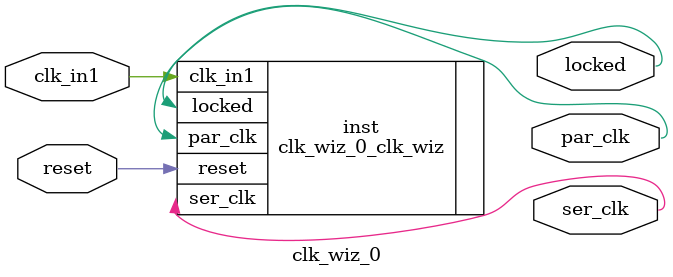
<source format=v>


`timescale 1ps/1ps

(* CORE_GENERATION_INFO = "clk_wiz_0,clk_wiz_v6_0_4_0_0,{component_name=clk_wiz_0,use_phase_alignment=true,use_min_o_jitter=false,use_max_i_jitter=false,use_dyn_phase_shift=false,use_inclk_switchover=false,use_dyn_reconfig=false,enable_axi=0,feedback_source=FDBK_AUTO,PRIMITIVE=MMCM,num_out_clk=2,clkin1_period=20.000,clkin2_period=10.0,use_power_down=false,use_reset=true,use_locked=true,use_inclk_stopped=false,feedback_type=SINGLE,CLOCK_MGR_TYPE=NA,manual_override=false}" *)

module clk_wiz_0 
 (
  // Clock out ports
  output        par_clk,
  output        ser_clk,
  // Status and control signals
  input         reset,
  output        locked,
 // Clock in ports
  input         clk_in1
 );

  clk_wiz_0_clk_wiz inst
  (
  // Clock out ports  
  .par_clk(par_clk),
  .ser_clk(ser_clk),
  // Status and control signals               
  .reset(reset), 
  .locked(locked),
 // Clock in ports
  .clk_in1(clk_in1)
  );

endmodule

</source>
